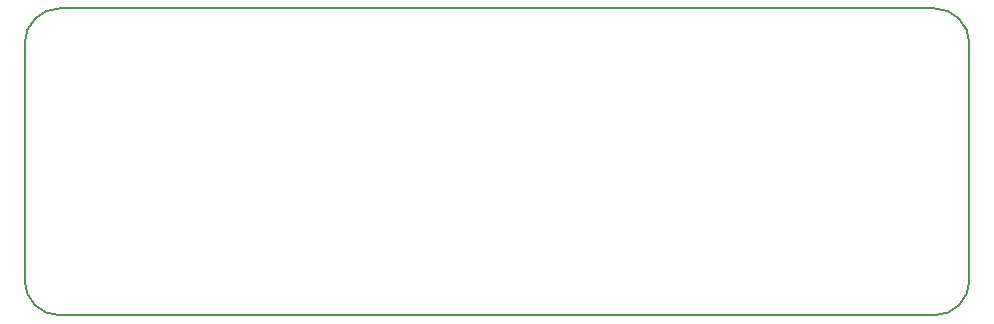
<source format=gbr>
G04 #@! TF.GenerationSoftware,KiCad,Pcbnew,5.0.2-bee76a0~70~ubuntu18.04.1*
G04 #@! TF.CreationDate,2020-11-30T21:54:16+01:00*
G04 #@! TF.ProjectId,MateLightCrateConnector,4d617465-4c69-4676-9874-437261746543,v0.1.0*
G04 #@! TF.SameCoordinates,Original*
G04 #@! TF.FileFunction,Profile,NP*
%FSLAX46Y46*%
G04 Gerber Fmt 4.6, Leading zero omitted, Abs format (unit mm)*
G04 Created by KiCad (PCBNEW 5.0.2-bee76a0~70~ubuntu18.04.1) date Mo 30 Nov 2020 21:54:16 CET*
%MOMM*%
%LPD*%
G01*
G04 APERTURE LIST*
%ADD10C,0.150000*%
G04 APERTURE END LIST*
D10*
X167000000Y-94000000D02*
G75*
G02X170000000Y-97000000I0J-3000000D01*
G01*
X170000000Y-117000000D02*
G75*
G02X167000000Y-120000000I-3000000J0D01*
G01*
X93000000Y-120000000D02*
G75*
G02X90000000Y-117000000I0J3000000D01*
G01*
X90000000Y-97000000D02*
G75*
G02X93000000Y-94000000I3000000J0D01*
G01*
X90000000Y-117000000D02*
X90000000Y-97000000D01*
X167000000Y-120000000D02*
X93000000Y-120000000D01*
X170000000Y-97000000D02*
X170000000Y-117000000D01*
X93000000Y-94000000D02*
X167000000Y-94000000D01*
M02*

</source>
